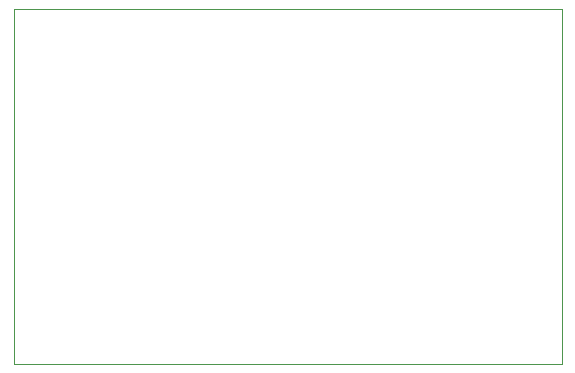
<source format=gko>
G75*
%MOIN*%
%OFA0B0*%
%FSLAX24Y24*%
%IPPOS*%
%LPD*%
%AMOC8*
5,1,8,0,0,1.08239X$1,22.5*
%
%ADD10C,0.0000*%
D10*
X000579Y000563D02*
X000579Y012409D01*
X018849Y012409D01*
X018849Y000563D01*
X000579Y000563D01*
M02*

</source>
